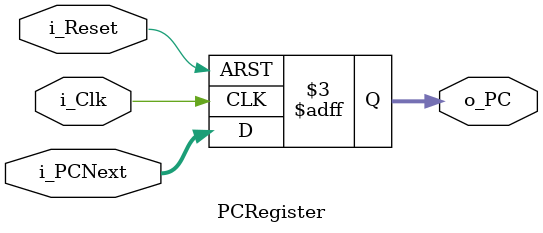
<source format=sv>
/* Register holding the program counter (PC) */

module PCRegister
(
    input logic i_Clk,
    input logic [31:0] i_PCNext,
    input logic i_Reset,
    output logic [31:0] o_PC
);

    always_ff @(posedge i_Clk or negedge i_Reset)
        if(~i_Reset)
            o_PC <= 0;
        else
            o_PC <= i_PCNext;

endmodule
        
</source>
